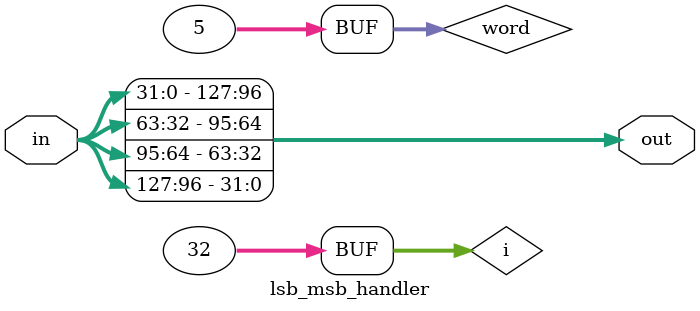
<source format=v>
module lsb_msb_handler #(
    parameter words_cnt=4
) (
    input [words_cnt*4*8-1:0]in,
    output reg [words_cnt*4*8-1:0]out
);
    integer word;
    integer i;
    always @(in)
    begin
        for(word=1;word<=words_cnt;word=word+1)
        begin
            for(i=0;i<32;i=i+1)
            begin
                out[word*32-i-1]=in[words_cnt*32-(i+(word-1)*32)-1];
            end
        end
    end
endmodule
</source>
